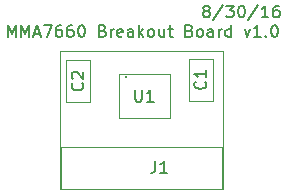
<source format=gbr>
%TF.GenerationSoftware,KiCad,Pcbnew,4.0.4+e1-6308~48~ubuntu16.04.1-stable*%
%TF.CreationDate,2016-12-05T15:11:49-08:00*%
%TF.ProjectId,mma7660-sensor-breakout,6D6D61373636302D73656E736F722D62,v1.0*%
%TF.FileFunction,Other,Fab,Top*%
%FSLAX46Y46*%
G04 Gerber Fmt 4.6, Leading zero omitted, Abs format (unit mm)*
G04 Created by KiCad (PCBNEW 4.0.4+e1-6308~48~ubuntu16.04.1-stable) date Mon Dec  5 15:11:49 2016*
%MOMM*%
%LPD*%
G01*
G04 APERTURE LIST*
%ADD10C,0.350000*%
%ADD11C,0.150000*%
%ADD12C,0.050000*%
%ADD13C,0.100000*%
G04 APERTURE END LIST*
D10*
D11*
X153289381Y-99956952D02*
X153194143Y-99909333D01*
X153146524Y-99861714D01*
X153098905Y-99766476D01*
X153098905Y-99718857D01*
X153146524Y-99623619D01*
X153194143Y-99576000D01*
X153289381Y-99528381D01*
X153479858Y-99528381D01*
X153575096Y-99576000D01*
X153622715Y-99623619D01*
X153670334Y-99718857D01*
X153670334Y-99766476D01*
X153622715Y-99861714D01*
X153575096Y-99909333D01*
X153479858Y-99956952D01*
X153289381Y-99956952D01*
X153194143Y-100004571D01*
X153146524Y-100052190D01*
X153098905Y-100147429D01*
X153098905Y-100337905D01*
X153146524Y-100433143D01*
X153194143Y-100480762D01*
X153289381Y-100528381D01*
X153479858Y-100528381D01*
X153575096Y-100480762D01*
X153622715Y-100433143D01*
X153670334Y-100337905D01*
X153670334Y-100147429D01*
X153622715Y-100052190D01*
X153575096Y-100004571D01*
X153479858Y-99956952D01*
X154813191Y-99480762D02*
X153956048Y-100766476D01*
X155051286Y-99528381D02*
X155670334Y-99528381D01*
X155337000Y-99909333D01*
X155479858Y-99909333D01*
X155575096Y-99956952D01*
X155622715Y-100004571D01*
X155670334Y-100099810D01*
X155670334Y-100337905D01*
X155622715Y-100433143D01*
X155575096Y-100480762D01*
X155479858Y-100528381D01*
X155194143Y-100528381D01*
X155098905Y-100480762D01*
X155051286Y-100433143D01*
X156289381Y-99528381D02*
X156384620Y-99528381D01*
X156479858Y-99576000D01*
X156527477Y-99623619D01*
X156575096Y-99718857D01*
X156622715Y-99909333D01*
X156622715Y-100147429D01*
X156575096Y-100337905D01*
X156527477Y-100433143D01*
X156479858Y-100480762D01*
X156384620Y-100528381D01*
X156289381Y-100528381D01*
X156194143Y-100480762D01*
X156146524Y-100433143D01*
X156098905Y-100337905D01*
X156051286Y-100147429D01*
X156051286Y-99909333D01*
X156098905Y-99718857D01*
X156146524Y-99623619D01*
X156194143Y-99576000D01*
X156289381Y-99528381D01*
X157765572Y-99480762D02*
X156908429Y-100766476D01*
X158622715Y-100528381D02*
X158051286Y-100528381D01*
X158337000Y-100528381D02*
X158337000Y-99528381D01*
X158241762Y-99671238D01*
X158146524Y-99766476D01*
X158051286Y-99814095D01*
X159479858Y-99528381D02*
X159289381Y-99528381D01*
X159194143Y-99576000D01*
X159146524Y-99623619D01*
X159051286Y-99766476D01*
X159003667Y-99956952D01*
X159003667Y-100337905D01*
X159051286Y-100433143D01*
X159098905Y-100480762D01*
X159194143Y-100528381D01*
X159384620Y-100528381D01*
X159479858Y-100480762D01*
X159527477Y-100433143D01*
X159575096Y-100337905D01*
X159575096Y-100099810D01*
X159527477Y-100004571D01*
X159479858Y-99956952D01*
X159384620Y-99909333D01*
X159194143Y-99909333D01*
X159098905Y-99956952D01*
X159051286Y-100004571D01*
X159003667Y-100099810D01*
X136550237Y-102179381D02*
X136550237Y-101179381D01*
X136883571Y-101893667D01*
X137216904Y-101179381D01*
X137216904Y-102179381D01*
X137693094Y-102179381D02*
X137693094Y-101179381D01*
X138026428Y-101893667D01*
X138359761Y-101179381D01*
X138359761Y-102179381D01*
X138788332Y-101893667D02*
X139264523Y-101893667D01*
X138693094Y-102179381D02*
X139026427Y-101179381D01*
X139359761Y-102179381D01*
X139597856Y-101179381D02*
X140264523Y-101179381D01*
X139835951Y-102179381D01*
X141074047Y-101179381D02*
X140883570Y-101179381D01*
X140788332Y-101227000D01*
X140740713Y-101274619D01*
X140645475Y-101417476D01*
X140597856Y-101607952D01*
X140597856Y-101988905D01*
X140645475Y-102084143D01*
X140693094Y-102131762D01*
X140788332Y-102179381D01*
X140978809Y-102179381D01*
X141074047Y-102131762D01*
X141121666Y-102084143D01*
X141169285Y-101988905D01*
X141169285Y-101750810D01*
X141121666Y-101655571D01*
X141074047Y-101607952D01*
X140978809Y-101560333D01*
X140788332Y-101560333D01*
X140693094Y-101607952D01*
X140645475Y-101655571D01*
X140597856Y-101750810D01*
X142026428Y-101179381D02*
X141835951Y-101179381D01*
X141740713Y-101227000D01*
X141693094Y-101274619D01*
X141597856Y-101417476D01*
X141550237Y-101607952D01*
X141550237Y-101988905D01*
X141597856Y-102084143D01*
X141645475Y-102131762D01*
X141740713Y-102179381D01*
X141931190Y-102179381D01*
X142026428Y-102131762D01*
X142074047Y-102084143D01*
X142121666Y-101988905D01*
X142121666Y-101750810D01*
X142074047Y-101655571D01*
X142026428Y-101607952D01*
X141931190Y-101560333D01*
X141740713Y-101560333D01*
X141645475Y-101607952D01*
X141597856Y-101655571D01*
X141550237Y-101750810D01*
X142740713Y-101179381D02*
X142835952Y-101179381D01*
X142931190Y-101227000D01*
X142978809Y-101274619D01*
X143026428Y-101369857D01*
X143074047Y-101560333D01*
X143074047Y-101798429D01*
X143026428Y-101988905D01*
X142978809Y-102084143D01*
X142931190Y-102131762D01*
X142835952Y-102179381D01*
X142740713Y-102179381D01*
X142645475Y-102131762D01*
X142597856Y-102084143D01*
X142550237Y-101988905D01*
X142502618Y-101798429D01*
X142502618Y-101560333D01*
X142550237Y-101369857D01*
X142597856Y-101274619D01*
X142645475Y-101227000D01*
X142740713Y-101179381D01*
X144597857Y-101655571D02*
X144740714Y-101703190D01*
X144788333Y-101750810D01*
X144835952Y-101846048D01*
X144835952Y-101988905D01*
X144788333Y-102084143D01*
X144740714Y-102131762D01*
X144645476Y-102179381D01*
X144264523Y-102179381D01*
X144264523Y-101179381D01*
X144597857Y-101179381D01*
X144693095Y-101227000D01*
X144740714Y-101274619D01*
X144788333Y-101369857D01*
X144788333Y-101465095D01*
X144740714Y-101560333D01*
X144693095Y-101607952D01*
X144597857Y-101655571D01*
X144264523Y-101655571D01*
X145264523Y-102179381D02*
X145264523Y-101512714D01*
X145264523Y-101703190D02*
X145312142Y-101607952D01*
X145359761Y-101560333D01*
X145454999Y-101512714D01*
X145550238Y-101512714D01*
X146264524Y-102131762D02*
X146169286Y-102179381D01*
X145978809Y-102179381D01*
X145883571Y-102131762D01*
X145835952Y-102036524D01*
X145835952Y-101655571D01*
X145883571Y-101560333D01*
X145978809Y-101512714D01*
X146169286Y-101512714D01*
X146264524Y-101560333D01*
X146312143Y-101655571D01*
X146312143Y-101750810D01*
X145835952Y-101846048D01*
X147169286Y-102179381D02*
X147169286Y-101655571D01*
X147121667Y-101560333D01*
X147026429Y-101512714D01*
X146835952Y-101512714D01*
X146740714Y-101560333D01*
X147169286Y-102131762D02*
X147074048Y-102179381D01*
X146835952Y-102179381D01*
X146740714Y-102131762D01*
X146693095Y-102036524D01*
X146693095Y-101941286D01*
X146740714Y-101846048D01*
X146835952Y-101798429D01*
X147074048Y-101798429D01*
X147169286Y-101750810D01*
X147645476Y-102179381D02*
X147645476Y-101179381D01*
X147740714Y-101798429D02*
X148026429Y-102179381D01*
X148026429Y-101512714D02*
X147645476Y-101893667D01*
X148597857Y-102179381D02*
X148502619Y-102131762D01*
X148455000Y-102084143D01*
X148407381Y-101988905D01*
X148407381Y-101703190D01*
X148455000Y-101607952D01*
X148502619Y-101560333D01*
X148597857Y-101512714D01*
X148740715Y-101512714D01*
X148835953Y-101560333D01*
X148883572Y-101607952D01*
X148931191Y-101703190D01*
X148931191Y-101988905D01*
X148883572Y-102084143D01*
X148835953Y-102131762D01*
X148740715Y-102179381D01*
X148597857Y-102179381D01*
X149788334Y-101512714D02*
X149788334Y-102179381D01*
X149359762Y-101512714D02*
X149359762Y-102036524D01*
X149407381Y-102131762D01*
X149502619Y-102179381D01*
X149645477Y-102179381D01*
X149740715Y-102131762D01*
X149788334Y-102084143D01*
X150121667Y-101512714D02*
X150502619Y-101512714D01*
X150264524Y-101179381D02*
X150264524Y-102036524D01*
X150312143Y-102131762D01*
X150407381Y-102179381D01*
X150502619Y-102179381D01*
X151931192Y-101655571D02*
X152074049Y-101703190D01*
X152121668Y-101750810D01*
X152169287Y-101846048D01*
X152169287Y-101988905D01*
X152121668Y-102084143D01*
X152074049Y-102131762D01*
X151978811Y-102179381D01*
X151597858Y-102179381D01*
X151597858Y-101179381D01*
X151931192Y-101179381D01*
X152026430Y-101227000D01*
X152074049Y-101274619D01*
X152121668Y-101369857D01*
X152121668Y-101465095D01*
X152074049Y-101560333D01*
X152026430Y-101607952D01*
X151931192Y-101655571D01*
X151597858Y-101655571D01*
X152740715Y-102179381D02*
X152645477Y-102131762D01*
X152597858Y-102084143D01*
X152550239Y-101988905D01*
X152550239Y-101703190D01*
X152597858Y-101607952D01*
X152645477Y-101560333D01*
X152740715Y-101512714D01*
X152883573Y-101512714D01*
X152978811Y-101560333D01*
X153026430Y-101607952D01*
X153074049Y-101703190D01*
X153074049Y-101988905D01*
X153026430Y-102084143D01*
X152978811Y-102131762D01*
X152883573Y-102179381D01*
X152740715Y-102179381D01*
X153931192Y-102179381D02*
X153931192Y-101655571D01*
X153883573Y-101560333D01*
X153788335Y-101512714D01*
X153597858Y-101512714D01*
X153502620Y-101560333D01*
X153931192Y-102131762D02*
X153835954Y-102179381D01*
X153597858Y-102179381D01*
X153502620Y-102131762D01*
X153455001Y-102036524D01*
X153455001Y-101941286D01*
X153502620Y-101846048D01*
X153597858Y-101798429D01*
X153835954Y-101798429D01*
X153931192Y-101750810D01*
X154407382Y-102179381D02*
X154407382Y-101512714D01*
X154407382Y-101703190D02*
X154455001Y-101607952D01*
X154502620Y-101560333D01*
X154597858Y-101512714D01*
X154693097Y-101512714D01*
X155455002Y-102179381D02*
X155455002Y-101179381D01*
X155455002Y-102131762D02*
X155359764Y-102179381D01*
X155169287Y-102179381D01*
X155074049Y-102131762D01*
X155026430Y-102084143D01*
X154978811Y-101988905D01*
X154978811Y-101703190D01*
X155026430Y-101607952D01*
X155074049Y-101560333D01*
X155169287Y-101512714D01*
X155359764Y-101512714D01*
X155455002Y-101560333D01*
X156597859Y-101512714D02*
X156835954Y-102179381D01*
X157074050Y-101512714D01*
X157978812Y-102179381D02*
X157407383Y-102179381D01*
X157693097Y-102179381D02*
X157693097Y-101179381D01*
X157597859Y-101322238D01*
X157502621Y-101417476D01*
X157407383Y-101465095D01*
X158407383Y-102084143D02*
X158455002Y-102131762D01*
X158407383Y-102179381D01*
X158359764Y-102131762D01*
X158407383Y-102084143D01*
X158407383Y-102179381D01*
X159074049Y-101179381D02*
X159169288Y-101179381D01*
X159264526Y-101227000D01*
X159312145Y-101274619D01*
X159359764Y-101369857D01*
X159407383Y-101560333D01*
X159407383Y-101798429D01*
X159359764Y-101988905D01*
X159312145Y-102084143D01*
X159264526Y-102131762D01*
X159169288Y-102179381D01*
X159074049Y-102179381D01*
X158978811Y-102131762D01*
X158931192Y-102084143D01*
X158883573Y-101988905D01*
X158835954Y-101798429D01*
X158835954Y-101560333D01*
X158883573Y-101369857D01*
X158931192Y-101274619D01*
X158978811Y-101227000D01*
X159074049Y-101179381D01*
D12*
X154813000Y-103378000D02*
X140970000Y-103378000D01*
X154813000Y-103505000D02*
X154813000Y-103378000D01*
X154813000Y-115062000D02*
X154813000Y-103505000D01*
X154813000Y-115062000D02*
X140970000Y-115062000D01*
X140970000Y-103378000D02*
X140970000Y-115062000D01*
X153924000Y-104023000D02*
X151892000Y-104023000D01*
X153924000Y-107579000D02*
X153924000Y-104023000D01*
X151892000Y-107579000D02*
X153924000Y-107579000D01*
X151892000Y-104023000D02*
X151892000Y-107579000D01*
X143526000Y-104140000D02*
X141494000Y-104140000D01*
X143526000Y-107696000D02*
X143526000Y-104140000D01*
X141494000Y-107696000D02*
X143526000Y-107696000D01*
X141494000Y-104140000D02*
X141494000Y-107696000D01*
X154723000Y-111509000D02*
X141023000Y-111509000D01*
X154723000Y-115034000D02*
X154723000Y-111509000D01*
X141023000Y-115034000D02*
X154723000Y-115034000D01*
X141023000Y-111534000D02*
X141023000Y-115034000D01*
D13*
X146648139Y-105604000D02*
G75*
G03X146648139Y-105604000I-90139J0D01*
G01*
D12*
X150258000Y-109054000D02*
X150258000Y-105354000D01*
X145958000Y-109054000D02*
X150258000Y-109054000D01*
X145958000Y-105354000D02*
X145958000Y-109054000D01*
X150258000Y-105354000D02*
X145958000Y-105354000D01*
D11*
X153265143Y-105967666D02*
X153312762Y-106015285D01*
X153360381Y-106158142D01*
X153360381Y-106253380D01*
X153312762Y-106396238D01*
X153217524Y-106491476D01*
X153122286Y-106539095D01*
X152931810Y-106586714D01*
X152788952Y-106586714D01*
X152598476Y-106539095D01*
X152503238Y-106491476D01*
X152408000Y-106396238D01*
X152360381Y-106253380D01*
X152360381Y-106158142D01*
X152408000Y-106015285D01*
X152455619Y-105967666D01*
X153360381Y-105015285D02*
X153360381Y-105586714D01*
X153360381Y-105301000D02*
X152360381Y-105301000D01*
X152503238Y-105396238D01*
X152598476Y-105491476D01*
X152646095Y-105586714D01*
X142867143Y-106084666D02*
X142914762Y-106132285D01*
X142962381Y-106275142D01*
X142962381Y-106370380D01*
X142914762Y-106513238D01*
X142819524Y-106608476D01*
X142724286Y-106656095D01*
X142533810Y-106703714D01*
X142390952Y-106703714D01*
X142200476Y-106656095D01*
X142105238Y-106608476D01*
X142010000Y-106513238D01*
X141962381Y-106370380D01*
X141962381Y-106275142D01*
X142010000Y-106132285D01*
X142057619Y-106084666D01*
X142057619Y-105703714D02*
X142010000Y-105656095D01*
X141962381Y-105560857D01*
X141962381Y-105322761D01*
X142010000Y-105227523D01*
X142057619Y-105179904D01*
X142152857Y-105132285D01*
X142248095Y-105132285D01*
X142390952Y-105179904D01*
X142962381Y-105751333D01*
X142962381Y-105132285D01*
X149039667Y-112686381D02*
X149039667Y-113400667D01*
X148992047Y-113543524D01*
X148896809Y-113638762D01*
X148753952Y-113686381D01*
X148658714Y-113686381D01*
X150039667Y-113686381D02*
X149468238Y-113686381D01*
X149753952Y-113686381D02*
X149753952Y-112686381D01*
X149658714Y-112829238D01*
X149563476Y-112924476D01*
X149468238Y-112972095D01*
X147346095Y-106656381D02*
X147346095Y-107465905D01*
X147393714Y-107561143D01*
X147441333Y-107608762D01*
X147536571Y-107656381D01*
X147727048Y-107656381D01*
X147822286Y-107608762D01*
X147869905Y-107561143D01*
X147917524Y-107465905D01*
X147917524Y-106656381D01*
X148917524Y-107656381D02*
X148346095Y-107656381D01*
X148631809Y-107656381D02*
X148631809Y-106656381D01*
X148536571Y-106799238D01*
X148441333Y-106894476D01*
X148346095Y-106942095D01*
M02*

</source>
